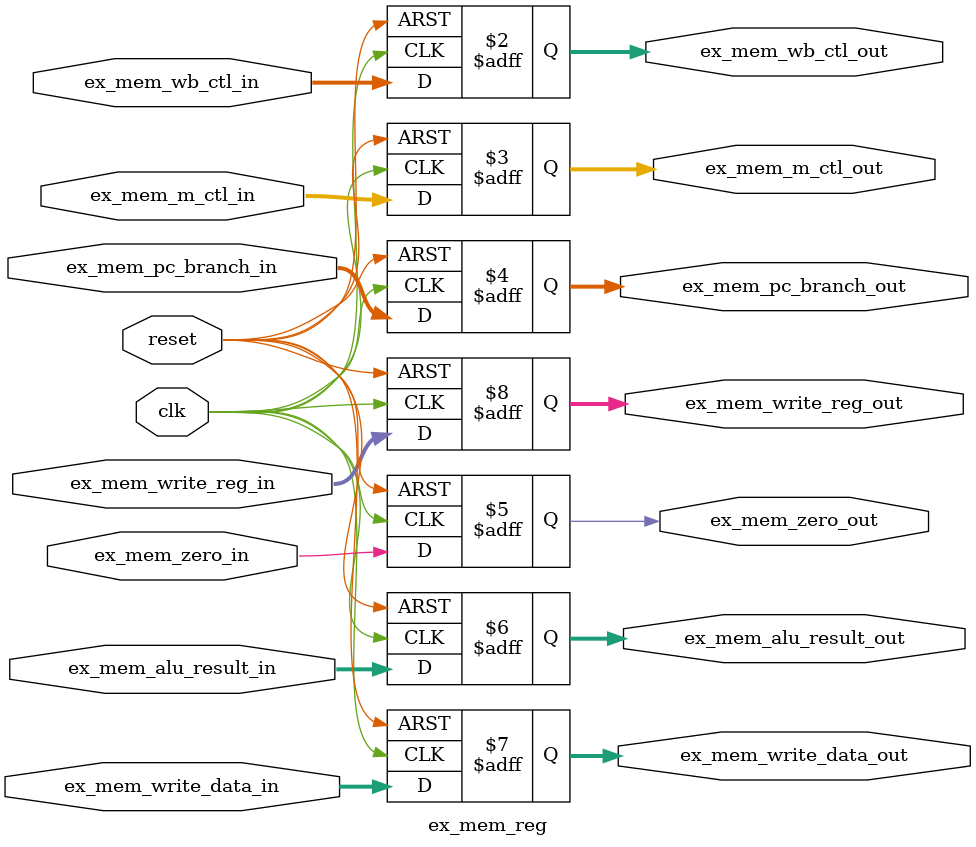
<source format=v>
module ex_mem_reg (
    input clk,
    input reset,

    input [1:0] ex_mem_wb_ctl_in,
    input [2:0] ex_mem_m_ctl_in,
    input [31:0] ex_mem_pc_branch_in,
    input        ex_mem_zero_in,
    input [31:0] ex_mem_alu_result_in,
    input [31:0] ex_mem_write_data_in,
    input [4:0]  ex_mem_write_reg_in,

    output reg [1:0] ex_mem_wb_ctl_out,
    output reg [2:0] ex_mem_m_ctl_out,
    output reg [31:0] ex_mem_pc_branch_out,
    output reg        ex_mem_zero_out,
    output reg [31:0] ex_mem_alu_result_out,
    output reg [31:0] ex_mem_write_data_out,
    output reg [4:0]  ex_mem_write_reg_out
);

    always @(posedge clk or posedge reset) begin
        if (reset) begin
            ex_mem_wb_ctl_out      <= 2'b00;
            ex_mem_m_ctl_out       <= 3'b000;
            ex_mem_pc_branch_out   <= 32'd0;
            ex_mem_zero_out        <= 1'b0;
            ex_mem_alu_result_out  <= 32'd0;
            ex_mem_write_data_out  <= 32'd0;
            ex_mem_write_reg_out   <= 5'd0;
        end else begin
            ex_mem_wb_ctl_out      <= ex_mem_wb_ctl_in;
            ex_mem_m_ctl_out       <= ex_mem_m_ctl_in;
            ex_mem_pc_branch_out   <= ex_mem_pc_branch_in;
            ex_mem_zero_out        <= ex_mem_zero_in;
            ex_mem_alu_result_out  <= ex_mem_alu_result_in;
            ex_mem_write_data_out  <= ex_mem_write_data_in;
            ex_mem_write_reg_out   <= ex_mem_write_reg_in;
        end
    end

endmodule

</source>
